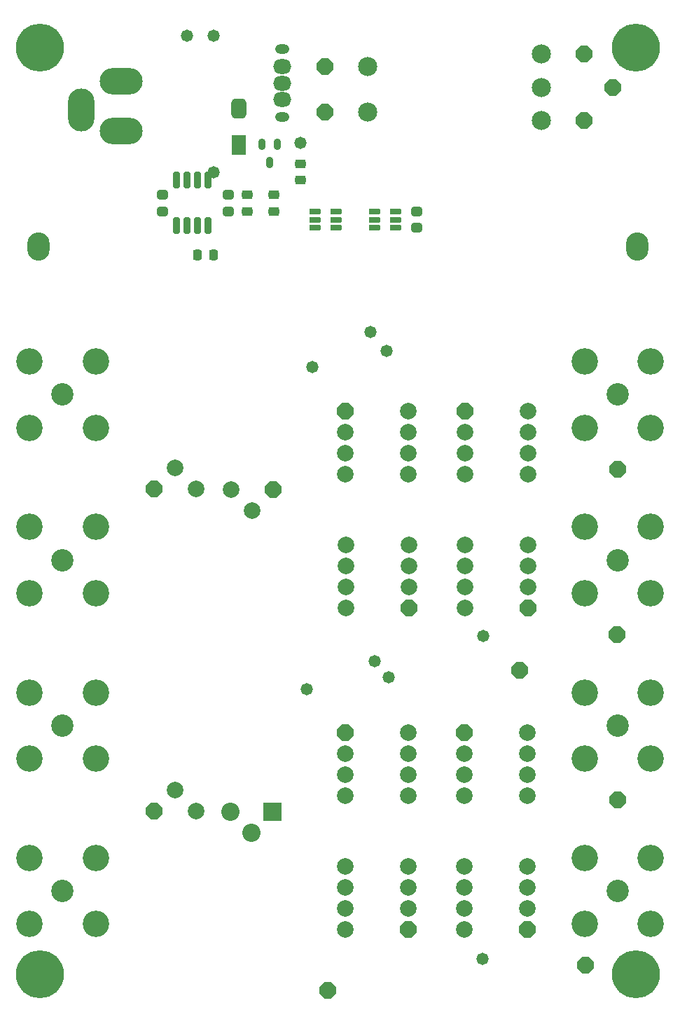
<source format=gbs>
G04*
G04 #@! TF.GenerationSoftware,Altium Limited,Altium Designer,21.3.2 (30)*
G04*
G04 Layer_Color=16711935*
%FSTAX24Y24*%
%MOIN*%
G70*
G04*
G04 #@! TF.SameCoordinates,D50E3B47-D74C-4BCA-B3C4-33FD4FEC1BCA*
G04*
G04*
G04 #@! TF.FilePolarity,Negative*
G04*
G01*
G75*
G04:AMPARAMS|DCode=21|XSize=43.3mil|YSize=51.2mil|CornerRadius=11.8mil|HoleSize=0mil|Usage=FLASHONLY|Rotation=90.000|XOffset=0mil|YOffset=0mil|HoleType=Round|Shape=RoundedRectangle|*
%AMROUNDEDRECTD21*
21,1,0.0433,0.0276,0,0,90.0*
21,1,0.0197,0.0512,0,0,90.0*
1,1,0.0236,0.0138,0.0098*
1,1,0.0236,0.0138,-0.0098*
1,1,0.0236,-0.0138,-0.0098*
1,1,0.0236,-0.0138,0.0098*
%
%ADD21ROUNDEDRECTD21*%
%ADD22O,0.1064X0.1340*%
%ADD23C,0.2283*%
%ADD24C,0.0789*%
%ADD25P,0.0854X8X22.5*%
%ADD26C,0.1064*%
%ADD27C,0.1261*%
%ADD28C,0.0867*%
%ADD29R,0.0867X0.0867*%
%ADD30C,0.0907*%
%ADD31O,0.0671X0.0474*%
%ADD32O,0.0867X0.0710*%
%ADD33O,0.1261X0.2049*%
%ADD34O,0.2049X0.1261*%
%ADD35C,0.0580*%
G04:AMPARAMS|DCode=59|XSize=45.3mil|YSize=53.1mil|CornerRadius=12.8mil|HoleSize=0mil|Usage=FLASHONLY|Rotation=90.000|XOffset=0mil|YOffset=0mil|HoleType=Round|Shape=RoundedRectangle|*
%AMROUNDEDRECTD59*
21,1,0.0453,0.0276,0,0,90.0*
21,1,0.0197,0.0531,0,0,90.0*
1,1,0.0256,0.0138,0.0098*
1,1,0.0256,0.0138,-0.0098*
1,1,0.0256,-0.0138,-0.0098*
1,1,0.0256,-0.0138,0.0098*
%
%ADD59ROUNDEDRECTD59*%
%ADD60R,0.0710X0.0946*%
G04:AMPARAMS|DCode=61|XSize=71mil|YSize=94.6mil|CornerRadius=19.7mil|HoleSize=0mil|Usage=FLASHONLY|Rotation=0.000|XOffset=0mil|YOffset=0mil|HoleType=Round|Shape=RoundedRectangle|*
%AMROUNDEDRECTD61*
21,1,0.0710,0.0551,0,0,0.0*
21,1,0.0315,0.0946,0,0,0.0*
1,1,0.0395,0.0157,-0.0276*
1,1,0.0395,-0.0157,-0.0276*
1,1,0.0395,-0.0157,0.0276*
1,1,0.0395,0.0157,0.0276*
%
%ADD61ROUNDEDRECTD61*%
G04:AMPARAMS|DCode=62|XSize=43.3mil|YSize=51.2mil|CornerRadius=11.8mil|HoleSize=0mil|Usage=FLASHONLY|Rotation=180.000|XOffset=0mil|YOffset=0mil|HoleType=Round|Shape=RoundedRectangle|*
%AMROUNDEDRECTD62*
21,1,0.0433,0.0276,0,0,180.0*
21,1,0.0197,0.0512,0,0,180.0*
1,1,0.0236,-0.0098,0.0138*
1,1,0.0236,0.0098,0.0138*
1,1,0.0236,0.0098,-0.0138*
1,1,0.0236,-0.0098,-0.0138*
%
%ADD62ROUNDEDRECTD62*%
G04:AMPARAMS|DCode=63|XSize=78.9mil|YSize=31.6mil|CornerRadius=7mil|HoleSize=0mil|Usage=FLASHONLY|Rotation=90.000|XOffset=0mil|YOffset=0mil|HoleType=Round|Shape=RoundedRectangle|*
%AMROUNDEDRECTD63*
21,1,0.0789,0.0177,0,0,90.0*
21,1,0.0650,0.0316,0,0,90.0*
1,1,0.0139,0.0089,0.0325*
1,1,0.0139,0.0089,-0.0325*
1,1,0.0139,-0.0089,-0.0325*
1,1,0.0139,-0.0089,0.0325*
%
%ADD63ROUNDEDRECTD63*%
G04:AMPARAMS|DCode=64|XSize=50.9mil|YSize=32mil|CornerRadius=10mil|HoleSize=0mil|Usage=FLASHONLY|Rotation=270.000|XOffset=0mil|YOffset=0mil|HoleType=Round|Shape=RoundedRectangle|*
%AMROUNDEDRECTD64*
21,1,0.0509,0.0120,0,0,270.0*
21,1,0.0309,0.0320,0,0,270.0*
1,1,0.0200,-0.0060,-0.0155*
1,1,0.0200,-0.0060,0.0155*
1,1,0.0200,0.0060,0.0155*
1,1,0.0200,0.0060,-0.0155*
%
%ADD64ROUNDEDRECTD64*%
G04:AMPARAMS|DCode=65|XSize=29.7mil|YSize=55.2mil|CornerRadius=9.4mil|HoleSize=0mil|Usage=FLASHONLY|Rotation=90.000|XOffset=0mil|YOffset=0mil|HoleType=Round|Shape=RoundedRectangle|*
%AMROUNDEDRECTD65*
21,1,0.0297,0.0364,0,0,90.0*
21,1,0.0108,0.0552,0,0,90.0*
1,1,0.0188,0.0182,0.0054*
1,1,0.0188,0.0182,-0.0054*
1,1,0.0188,-0.0182,-0.0054*
1,1,0.0188,-0.0182,0.0054*
%
%ADD65ROUNDEDRECTD65*%
D21*
X021612Y044499D02*
D03*
Y045286D02*
D03*
X024171Y046763D02*
D03*
Y045975D02*
D03*
X022892Y044499D02*
D03*
Y045286D02*
D03*
D22*
X040195Y042826D02*
D03*
X011691D02*
D03*
D23*
X040116Y00818D02*
D03*
X01177D02*
D03*
X040116Y052274D02*
D03*
X01177D02*
D03*
D24*
X034991Y034982D02*
D03*
Y033982D02*
D03*
Y032982D02*
D03*
Y031982D02*
D03*
X031991Y032982D02*
D03*
Y031982D02*
D03*
Y033982D02*
D03*
X026297Y010334D02*
D03*
Y011334D02*
D03*
Y012334D02*
D03*
Y013334D02*
D03*
X029297Y012334D02*
D03*
Y013334D02*
D03*
Y011334D02*
D03*
X018193Y016941D02*
D03*
X019193Y015941D02*
D03*
X026297Y018676D02*
D03*
Y016676D02*
D03*
Y017676D02*
D03*
X029297Y016676D02*
D03*
Y017676D02*
D03*
Y018676D02*
D03*
Y019676D02*
D03*
X029316Y02664D02*
D03*
Y02864D02*
D03*
Y02764D02*
D03*
X026316Y02864D02*
D03*
Y02764D02*
D03*
Y02664D02*
D03*
Y02564D02*
D03*
X034972Y011334D02*
D03*
Y013334D02*
D03*
Y012334D02*
D03*
X031972Y013334D02*
D03*
Y012334D02*
D03*
Y011334D02*
D03*
Y010334D02*
D03*
Y018676D02*
D03*
Y016676D02*
D03*
Y017676D02*
D03*
X034972Y016676D02*
D03*
Y017676D02*
D03*
Y018676D02*
D03*
Y019676D02*
D03*
X031991Y02564D02*
D03*
Y02664D02*
D03*
Y02764D02*
D03*
Y02864D02*
D03*
X034991Y02764D02*
D03*
Y02864D02*
D03*
Y02664D02*
D03*
X018186Y032274D02*
D03*
X019186Y031274D02*
D03*
X021846Y03026D02*
D03*
X020846Y03126D02*
D03*
X029277Y034982D02*
D03*
Y033982D02*
D03*
Y032982D02*
D03*
Y031982D02*
D03*
X026277Y032982D02*
D03*
Y031982D02*
D03*
Y033982D02*
D03*
D25*
X031991Y034982D02*
D03*
X029297Y010334D02*
D03*
X039033Y050404D02*
D03*
X039211Y024361D02*
D03*
X034604Y022648D02*
D03*
X03925Y032235D02*
D03*
Y016487D02*
D03*
X037715Y008613D02*
D03*
X025451Y007412D02*
D03*
X017193Y015941D02*
D03*
X026297Y019676D02*
D03*
X029316Y02564D02*
D03*
X034972Y010334D02*
D03*
X031972Y019676D02*
D03*
X034991Y02564D02*
D03*
X017186Y031274D02*
D03*
X022846Y03126D02*
D03*
X026277Y034982D02*
D03*
X025313Y049223D02*
D03*
X025313Y051389D02*
D03*
X037656Y051983D02*
D03*
Y048834D02*
D03*
D26*
X03925Y035778D02*
D03*
Y012156D02*
D03*
Y02003D02*
D03*
Y027904D02*
D03*
X012833Y012156D02*
D03*
Y02003D02*
D03*
Y027904D02*
D03*
Y035778D02*
D03*
D27*
X040825Y034204D02*
D03*
Y037353D02*
D03*
X037675D02*
D03*
Y034204D02*
D03*
Y010582D02*
D03*
Y013731D02*
D03*
X040825Y010582D02*
D03*
Y013731D02*
D03*
X037675Y018456D02*
D03*
Y021605D02*
D03*
X040825Y018456D02*
D03*
Y021605D02*
D03*
X037675Y02633D02*
D03*
Y029479D02*
D03*
X040825D02*
D03*
Y02633D02*
D03*
X014407Y013731D02*
D03*
Y010582D02*
D03*
X011258Y013731D02*
D03*
Y010582D02*
D03*
X014407Y021605D02*
D03*
Y018456D02*
D03*
X011258Y021605D02*
D03*
Y018456D02*
D03*
X014407Y029479D02*
D03*
Y02633D02*
D03*
X011258D02*
D03*
Y029479D02*
D03*
Y037353D02*
D03*
Y034204D02*
D03*
X014407D02*
D03*
Y037353D02*
D03*
D28*
X020809Y01594D02*
D03*
X021809Y01494D02*
D03*
D29*
X022809Y01594D02*
D03*
D30*
X035628Y051979D02*
D03*
X027341Y051389D02*
D03*
X02736Y049223D02*
D03*
X035628Y04883D02*
D03*
Y050404D02*
D03*
D31*
X023285Y048987D02*
D03*
Y052215D02*
D03*
D32*
Y049814D02*
D03*
Y050601D02*
D03*
Y051389D02*
D03*
D33*
X013719Y049322D02*
D03*
D34*
X015608Y0507D02*
D03*
Y048337D02*
D03*
D35*
X020037Y046369D02*
D03*
X024171Y047747D02*
D03*
X020037Y052865D02*
D03*
X018758D02*
D03*
X024467Y021747D02*
D03*
X032833Y008918D02*
D03*
X027675Y023076D02*
D03*
X028364Y022318D02*
D03*
X032852Y024286D02*
D03*
X028266Y037869D02*
D03*
X024722Y037082D02*
D03*
X027478Y038755D02*
D03*
D59*
X029683Y043711D02*
D03*
Y044499D02*
D03*
X017577D02*
D03*
Y045286D02*
D03*
X020726Y044499D02*
D03*
Y045286D02*
D03*
D60*
X021219Y047668D02*
D03*
D61*
Y0494D02*
D03*
D62*
X020037Y042432D02*
D03*
X01925D02*
D03*
D63*
X019758Y045975D02*
D03*
X019258D02*
D03*
X018758D02*
D03*
X018258D02*
D03*
Y043826D02*
D03*
X018758D02*
D03*
X019258D02*
D03*
X019758D02*
D03*
D64*
X022695Y046834D02*
D03*
X023055Y047676D02*
D03*
X022335D02*
D03*
D65*
X028699Y044105D02*
D03*
Y043731D02*
D03*
Y044479D02*
D03*
X027675D02*
D03*
Y044105D02*
D03*
Y043731D02*
D03*
X025864Y044105D02*
D03*
Y043731D02*
D03*
Y044479D02*
D03*
X024841D02*
D03*
Y044105D02*
D03*
Y043731D02*
D03*
M02*

</source>
